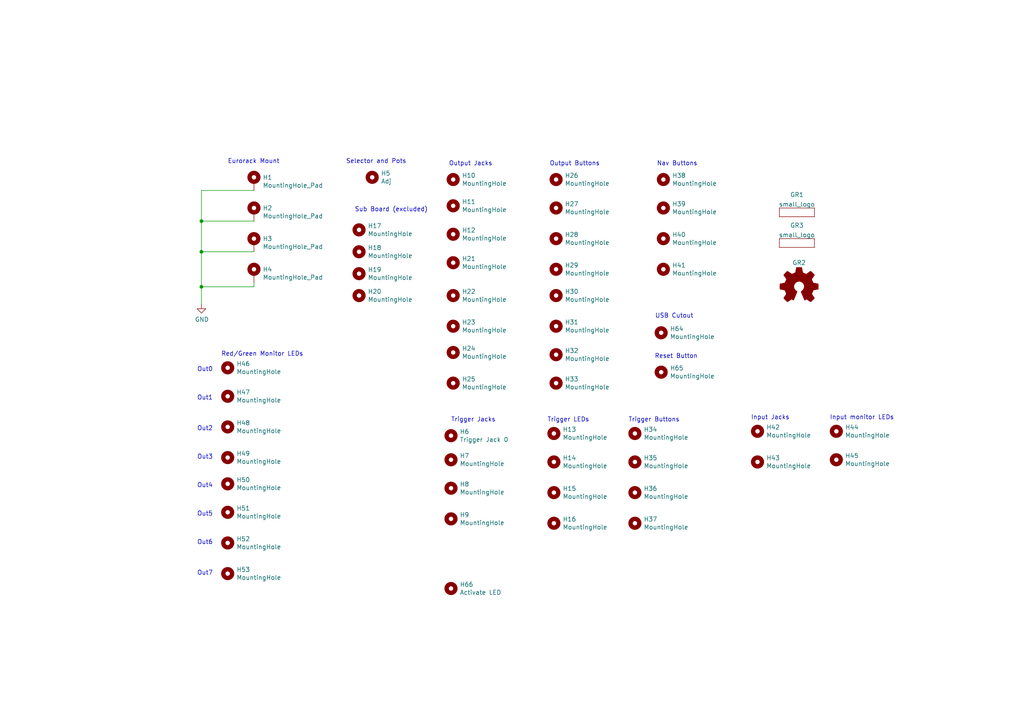
<source format=kicad_sch>
(kicad_sch (version 20231120) (generator "eeschema") (generator_version "8.0")
  (paper "A4")
  (title_block (title "Bonkulator Panel") (rev "2.1"))
  (lib_symbols
    (symbol "Graphic:Logo_Open_Hardware_Small" (pin_names (offset 1.016))
      (symbol "Logo_Open_Hardware_Small_0_1"
        (polyline (pts (xy 3.3528 -4.3434) (xy 3.302 -4.318) (xy 3.175 -4.2418) (xy 2.9972 -4.1148) (xy 2.7686 -3.9624) (xy 2.54 -3.81) (xy 2.3622 -3.7084) (xy 2.2352 -3.6068) (xy 2.1844 -3.5814) (xy 2.159 -3.6068) (xy 2.0574 -3.6576) (xy 1.905 -3.7338) (xy 1.8034 -3.7846) (xy 1.6764 -3.8354) (xy 1.6002 -3.8354) (xy 1.6002 -3.8354) (xy 1.5494 -3.7338) (xy 1.4732 -3.5306) (xy 1.3462 -3.302) (xy 1.2446 -3.0226) (xy 1.1176 -2.7178) (xy 0.9652 -2.413) (xy 0.8636 -2.1082) (xy 0.7366 -1.8288) (xy 0.6604 -1.6256) (xy 0.6096 -1.4732) (xy 0.5842 -1.397) (xy 0.5842 -1.397) (xy 0.6604 -1.3208) (xy 0.7874 -1.2446) (xy 1.0414 -1.016) (xy 1.2954 -0.6858) (xy 1.4478 -0.3302) (xy 1.524 0.0762) (xy 1.4732 0.4572) (xy 1.3208 0.8128) (xy 1.0668 1.143) (xy 0.762 1.3716) (xy 0.4064 1.524) (xy 0 1.5748) (xy -0.381 1.5494) (xy -0.7366 1.397) (xy -1.0668 1.143) (xy -1.2192 0.9906) (xy -1.397 0.6604) (xy -1.524 0.3048) (xy -1.524 0.2286) (xy -1.4986 -0.1778) (xy -1.397 -0.5334) (xy -1.1938 -0.8636) (xy -0.9144 -1.143) (xy -0.8636 -1.1684) (xy -0.7366 -1.27) (xy -0.635 -1.3462) (xy -0.5842 -1.397) (xy -1.0668 -2.5908) (xy -1.143 -2.794) (xy -1.2954 -3.1242) (xy -1.397 -3.4036) (xy -1.4986 -3.6322) (xy -1.5748 -3.7846) (xy -1.6002 -3.8354) (xy -1.6002 -3.8354) (xy -1.651 -3.8354) (xy -1.7272 -3.81) (xy -1.905 -3.7338) (xy -2.0066 -3.683) (xy -2.1336 -3.6068) (xy -2.2098 -3.5814) (xy -2.2606 -3.6068) (xy -2.3622 -3.683) (xy -2.54 -3.81) (xy -2.7686 -3.9624) (xy -2.9718 -4.0894) (xy -3.1496 -4.2164) (xy -3.302 -4.318) (xy -3.3528 -4.3434) (xy -3.3782 -4.3434) (xy -3.429 -4.318) (xy -3.5306 -4.2164) (xy -3.7084 -4.064) (xy -3.937 -3.8354) (xy -3.9624 -3.81) (xy -4.1656 -3.6068) (xy -4.318 -3.4544) (xy -4.4196 -3.3274) (xy -4.445 -3.2766) (xy -4.445 -3.2766) (xy -4.4196 -3.2258) (xy -4.318 -3.0734) (xy -4.2164 -2.8956) (xy -4.064 -2.667) (xy -3.6576 -2.0828) (xy -3.8862 -1.5494) (xy -3.937 -1.3716) (xy -4.0386 -1.1684) (xy -4.0894 -1.0414) (xy -4.1148 -0.9652) (xy -4.191 -0.9398) (xy -4.318 -0.9144) (xy -4.5466 -0.8636) (xy -4.8006 -0.8128) (xy -5.0546 -0.7874) (xy -5.2578 -0.7366) (xy -5.4356 -0.7112) (xy -5.5118 -0.6858) (xy -5.5118 -0.6858) (xy -5.5372 -0.635) (xy -5.5372 -0.5588) (xy -5.5372 -0.4318) (xy -5.5626 -0.2286) (xy -5.5626 0.0762) (xy -5.5626 0.127) (xy -5.5372 0.4064) (xy -5.5372 0.635) (xy -5.5372 0.762) (xy -5.5372 0.8382) (xy -5.5372 0.8382) (xy -5.461 0.8382) (xy -5.3086 0.889) (xy -5.08 0.9144) (xy -4.826 0.9652) (xy -4.8006 0.9906) (xy -4.5466 1.0414) (xy -4.318 1.0668) (xy -4.1656 1.1176) (xy -4.0894 1.143) (xy -4.0894 1.143) (xy -4.0386 1.2446) (xy -3.9624 1.4224) (xy -3.8608 1.6256) (xy -3.7846 1.8288) (xy -3.7084 2.0066) (xy -3.6576 2.159) (xy -3.6322 2.2098) (xy -3.6322 2.2098) (xy -3.683 2.286) (xy -3.7592 2.413) (xy -3.8862 2.5908) (xy -4.064 2.8194) (xy -4.064 2.8448) (xy -4.2164 3.0734) (xy -4.3434 3.2512) (xy -4.4196 3.3782) (xy -4.445 3.4544) (xy -4.445 3.4544) (xy -4.3942 3.5052) (xy -4.2926 3.6322) (xy -4.1148 3.81) (xy -3.937 4.0132) (xy -3.8608 4.064) (xy -3.6576 4.2926) (xy -3.5052 4.4196) (xy -3.4036 4.4958) (xy -3.3528 4.5212) (xy -3.3528 4.5212) (xy -3.302 4.4704) (xy -3.1496 4.3688) (xy -2.9718 4.2418) (xy -2.7432 4.0894) (xy -2.7178 4.0894) (xy -2.4892 3.937) (xy -2.3114 3.81) (xy -2.1844 3.7084) (xy -2.1336 3.683) (xy -2.1082 3.683) (xy -2.032 3.7084) (xy -1.8542 3.7592) (xy -1.6764 3.8354) (xy -1.4732 3.937) (xy -1.27 4.0132) (xy -1.143 4.064) (xy -1.0668 4.1148) (xy -1.0668 4.1148) (xy -1.0414 4.191) (xy -1.016 4.3434) (xy -0.9652 4.572) (xy -0.9144 4.8514) (xy -0.889 4.9022) (xy -0.8382 5.1562) (xy -0.8128 5.3848) (xy -0.7874 5.5372) (xy -0.762 5.588) (xy -0.7112 5.6134) (xy -0.5842 5.6134) (xy -0.4064 5.6134) (xy -0.1524 5.6134) (xy 0.0762 5.6134) (xy 0.3302 5.6134) (xy 0.5334 5.6134) (xy 0.6858 5.588) (xy 0.7366 5.588) (xy 0.7366 5.588) (xy 0.762 5.5118) (xy 0.8128 5.334) (xy 0.8382 5.1054) (xy 0.9144 4.826) (xy 0.9144 4.7752) (xy 0.9652 4.5212) (xy 1.016 4.2926) (xy 1.0414 4.1402) (xy 1.0668 4.0894) (xy 1.0668 4.0894) (xy 1.1938 4.0386) (xy 1.3716 3.9624) (xy 1.5748 3.8608) (xy 2.0828 3.6576) (xy 2.7178 4.0894) (xy 2.7686 4.1402) (xy 2.9972 4.2926) (xy 3.175 4.4196) (xy 3.302 4.4958) (xy 3.3782 4.5212) (xy 3.3782 4.5212) (xy 3.429 4.4704) (xy 3.556 4.3434) (xy 3.7338 4.191) (xy 3.9116 3.9878) (xy 4.064 3.8354) (xy 4.2418 3.6576) (xy 4.3434 3.556) (xy 4.4196 3.4798) (xy 4.4196 3.429) (xy 4.4196 3.4036) (xy 4.3942 3.3274) (xy 4.2926 3.2004) (xy 4.1656 2.9972) (xy 4.0132 2.794) (xy 3.8862 2.5908) (xy 3.7592 2.3876) (xy 3.6576 2.2352) (xy 3.6322 2.159) (xy 3.6322 2.1336) (xy 3.683 2.0066) (xy 3.7592 1.8288) (xy 3.8608 1.6002) (xy 4.064 1.1176) (xy 4.3942 1.0414) (xy 4.5974 1.016) (xy 4.8768 0.9652) (xy 5.1308 0.9144) (xy 5.5372 0.8382) (xy 5.5626 -0.6604) (xy 5.4864 -0.6858) (xy 5.4356 -0.6858) (xy 5.2832 -0.7366) (xy 5.0546 -0.762) (xy 4.8006 -0.8128) (xy 4.5974 -0.8636) (xy 4.3688 -0.9144) (xy 4.2164 -0.9398) (xy 4.1402 -0.9398) (xy 4.1148 -0.9652) (xy 4.064 -1.0668) (xy 3.9878 -1.2446) (xy 3.9116 -1.4478) (xy 3.81 -1.651) (xy 3.7338 -1.8542) (xy 3.683 -2.0066) (xy 3.6576 -2.0828) (xy 3.683 -2.1336) (xy 3.7846 -2.2606) (xy 3.8862 -2.4638) (xy 4.0386 -2.667) (xy 4.191 -2.8956) (xy 4.318 -3.0734) (xy 4.3942 -3.2004) (xy 4.445 -3.2766) (xy 4.4196 -3.3274) (xy 4.3434 -3.429) (xy 4.1656 -3.5814) (xy 3.937 -3.8354) (xy 3.8862 -3.8608) (xy 3.683 -4.064) (xy 3.5306 -4.2164) (xy 3.4036 -4.318) (xy 3.3528 -4.3434)) (fill (type outline)))
      )
    )
    (symbol "Mechanical:MountingHole" (pin_names (offset 1.016))
      (property "Reference" "H" (at 0 5.08 0))
      (property "Value" "MountingHole" (at 0 3.175 0))
      (symbol "MountingHole_0_1"
        (circle (center 0 0) (radius 1.27) (stroke (width 1.27)))
      )
    )
    (symbol "Mechanical:MountingHole_Pad" (pin_numbers hide) (pin_names (offset 1.016) hide)
      (property "Reference" "H" (at 0 6.35 0))
      (property "Value" "MountingHole_Pad" (at 0 4.445 0))
      (symbol "MountingHole_Pad_0_1"
        (circle (center 0 1.27) (radius 1.27) (stroke (width 1.27)))
      )
      (symbol "MountingHole_Pad_1_1"
        (pin input line (at 0 -2.54 90) (length 2.54) (name "1") (number "1"))
      )
    )
    (symbol "greenface-symbols:small_logo" (pin_numbers hide) (pin_names (offset 0) hide)
      (property "Reference" "GR" (at 0 -2.54 0))
      (property "Value" "small_logo" (at 0 0 0))
      (symbol "small_logo_0_1"
        (rectangle (start -5.08 -1.27) (end -5.08 1.27))
        (rectangle (start -5.08 1.27) (end 5.08 1.27))
        (rectangle (start 5.08 -1.27) (end -5.08 -1.27))
        (rectangle (start 5.08 1.27) (end 5.08 -1.27))
      )
    )
    (symbol "power:GND" (power) (pin_names (offset 0))
      (property "Value" "GND" (at 0 -3.81 0))
      (symbol "GND_0_1"
        (polyline (pts (xy 0 0) (xy 0 -1.27) (xy 1.27 -1.27) (xy 0 -2.54) (xy -1.27 -1.27) (xy 0 -1.27)))
      )
      (symbol "GND_1_1"
        (pin power_in line (at 0 0 270) (length 0) hide (name "GND") (number "1"))
      )
    )
  )
  (junction (at 58.42 64.135))
  (junction (at 58.42 83.185))
  (junction (at 58.42 73.025))
  (wire (pts (xy 58.42 73.025) (xy 58.42 64.135)))
  (wire (pts (xy 58.42 55.245) (xy 73.66 55.245)))
  (wire (pts (xy 58.42 73.025) (xy 73.66 73.025)))
  (wire (pts (xy 58.42 88.265) (xy 58.42 83.185)))
  (wire (pts (xy 58.42 64.135) (xy 58.42 55.245)))
  (wire (pts (xy 73.66 83.185) (xy 58.42 83.185)))
  (wire (pts (xy 73.66 83.185) (xy 73.66 81.915)))
  (wire (pts (xy 58.42 64.135) (xy 73.66 64.135)))
  (wire (pts (xy 58.42 83.185) (xy 58.42 73.025)))
  (text "Out5" (at 57.15 149.86 0) (effects (font (size 1.27 1.27)) (justify left bottom)))
  (text "Input Jacks" (at 217.805 121.92 0) (effects (font (size 1.27 1.27)) (justify left bottom)))
  (text "Reset Button" (at 189.865 104.14 0) (effects (font (size 1.27 1.27)) (justify left bottom)))
  (text "Trigger LEDs" (at 158.75 122.555 0) (effects (font (size 1.27 1.27)) (justify left bottom)))
  (text "Sub Board (excluded)" (at 102.87 61.595 0) (effects (font (size 1.27 1.27)) (justify left bottom)))
  (text "USB Cutout" (at 189.992 92.456 0) (effects (font (size 1.27 1.27)) (justify left bottom)))
  (text "Selector and Pots" (at 100.33 47.625 0) (effects (font (size 1.27 1.27)) (justify left bottom)))
  (text "Out4" (at 57.15 141.605 0) (effects (font (size 1.27 1.27)) (justify left bottom)))
  (text "Output Jacks" (at 130.175 48.26 0) (effects (font (size 1.27 1.27)) (justify left bottom)))
  (text "Input monitor LEDs" (at 240.665 121.92 0) (effects (font (size 1.27 1.27)) (justify left bottom)))
  (text "Out3" (at 57.15 133.35 0) (effects (font (size 1.27 1.27)) (justify left bottom)))
  (text "Trigger Jacks" (at 130.81 122.555 0) (effects (font (size 1.27 1.27)) (justify left bottom)))
  (text "Eurorack Mount" (at 66.04 47.625 0) (effects (font (size 1.27 1.27)) (justify left bottom)))
  (text "Nav Buttons" (at 190.5 48.26 0) (effects (font (size 1.27 1.27)) (justify left bottom)))
  (text "Out6" (at 57.15 158.115 0) (effects (font (size 1.27 1.27)) (justify left bottom)))
  (text "Out2" (at 57.15 125.095 0) (effects (font (size 1.27 1.27)) (justify left bottom)))
  (text "Output Buttons" (at 159.385 48.26 0) (effects (font (size 1.27 1.27)) (justify left bottom)))
  (text "Out0" (at 57.15 107.95 0) (effects (font (size 1.27 1.27)) (justify left bottom)))
  (text "Red/Green Monitor LEDs" (at 64.135 103.505 0) (effects (font (size 1.27 1.27)) (justify left bottom)))
  (text "Trigger Buttons" (at 182.245 122.555 0) (effects (font (size 1.27 1.27)) (justify left bottom)))
  (text "Out7" (at 57.15 167.005 0) (effects (font (size 1.27 1.27)) (justify left bottom)))
  (text "Out1" (at 57.15 116.205 0) (effects (font (size 1.27 1.27)) (justify left bottom)))
  (symbol (lib_id "Mechanical:MountingHole") (at 130.81 150.495 0) (unit 1)
    (property "Reference" "H9" (at 133.35 149.3266 0) (effects (justify left)))
    (property "Value" "MountingHole" (at 133.35 151.638 0) (effects (justify left)))
    (property "Footprint" "panel:Jack_3.5mm_QingPu_WQP-PJ398SM_Vertical" (effects (hide yes)))
  )
  (symbol (lib_id "Mechanical:MountingHole") (at 131.445 67.945 0) (unit 1)
    (property "Reference" "H12" (at 133.985 66.7766 0) (effects (justify left)))
    (property "Value" "MountingHole" (at 133.985 69.088 0) (effects (justify left)))
    (property "Footprint" "panel:Jack_3.5mm_QingPu_WQP-PJ398SM_Vertical" (effects (hide yes)))
  )
  (symbol (lib_id "Mechanical:MountingHole") (at 161.29 102.87 0) (unit 1)
    (property "Reference" "H32" (at 163.83 101.7016 0) (effects (justify left)))
    (property "Value" "MountingHole" (at 163.83 104.013 0) (effects (justify left)))
    (property "Footprint" "panel:PushButton3.7mm" (effects (hide yes)))
  )
  (symbol (lib_id "Mechanical:MountingHole") (at 184.15 125.73 0) (unit 1)
    (property "Reference" "H34" (at 186.69 124.5616 0) (effects (justify left)))
    (property "Value" "MountingHole" (at 186.69 126.873 0) (effects (justify left)))
    (property "Footprint" "panel:PushButton3.7mm" (effects (hide yes)))
  )
  (symbol (lib_id "Mechanical:MountingHole") (at 184.15 142.875 0) (unit 1)
    (property "Reference" "H36" (at 186.69 141.7066 0) (effects (justify left)))
    (property "Value" "MountingHole" (at 186.69 144.018 0) (effects (justify left)))
    (property "Footprint" "panel:PushButton3.7mm" (effects (hide yes)))
  )
  (symbol (lib_id "Mechanical:MountingHole") (at 219.71 125.095 0) (unit 1)
    (property "Reference" "H42" (at 222.25 123.9266 0) (effects (justify left)))
    (property "Value" "MountingHole" (at 222.25 126.238 0) (effects (justify left)))
    (property "Footprint" "panel:Jack_3.5mm_QingPu_WQP-PJ398SM_Vertical" (effects (hide yes)))
  )
  (symbol (lib_id "Mechanical:MountingHole") (at 131.445 76.2 0) (unit 1)
    (property "Reference" "H21" (at 133.985 75.0316 0) (effects (justify left)))
    (property "Value" "MountingHole" (at 133.985 77.343 0) (effects (justify left)))
    (property "Footprint" "panel:Jack_3.5mm_QingPu_WQP-PJ398SM_Vertical" (effects (hide yes)))
  )
  (symbol (lib_id "Mechanical:MountingHole") (at 192.405 69.215 0) (unit 1)
    (property "Reference" "H40" (at 194.945 68.0466 0) (effects (justify left)))
    (property "Value" "MountingHole" (at 194.945 70.358 0) (effects (justify left)))
    (property "Footprint" "panel:PushButton3.7mm" (effects (hide yes)))
  )
  (symbol (lib_id "Mechanical:MountingHole") (at 242.57 125.095 0) (unit 1)
    (property "Reference" "H44" (at 245.11 123.9266 0) (effects (justify left)))
    (property "Value" "MountingHole" (at 245.11 126.238 0) (effects (justify left)))
    (property "Footprint" "panel:4mmLED_SeeThru" (effects (hide yes)))
  )
  (symbol (lib_id "Graphic:Logo_Open_Hardware_Small") (at 231.775 83.185 0) (unit 1)
    (property "Reference" "GR2" (at 231.775 76.2 0))
    (property "Value" "Logo_Open_Hardware_Small" (effects (hide yes)))
    (property "Footprint" "Symbol:OSHW-Logo_7.5x8mm_SilkScreen" (effects (hide yes)))
  )
  (symbol (lib_id "Mechanical:MountingHole") (at 104.14 66.675 0) (unit 1) (on_board no)
    (property "Reference" "H17" (at 106.68 65.5066 0) (effects (justify left)))
    (property "Value" "MountingHole" (at 106.68 67.818 0) (effects (justify left)))
    (property "Footprint" "MountingHole:MountingHole_2.5mm" (effects (hide yes)))
  )
  (symbol (lib_id "Mechanical:MountingHole") (at 161.29 111.125 0) (unit 1)
    (property "Reference" "H33" (at 163.83 109.9566 0) (effects (justify left)))
    (property "Value" "MountingHole" (at 163.83 112.268 0) (effects (justify left)))
    (property "Footprint" "panel:PushButton3.7mm" (effects (hide yes)))
  )
  (symbol (lib_id "Mechanical:MountingHole") (at 160.655 133.985 0) (unit 1)
    (property "Reference" "H14" (at 163.195 132.8166 0) (effects (justify left)))
    (property "Value" "MountingHole" (at 163.195 135.128 0) (effects (justify left)))
    (property "Footprint" "panel:3mmLED_seethru_small" (effects (hide yes)))
  )
  (symbol (lib_id "Mechanical:MountingHole") (at 192.405 52.07 0) (unit 1)
    (property "Reference" "H38" (at 194.945 50.9016 0) (effects (justify left)))
    (property "Value" "MountingHole" (at 194.945 53.213 0) (effects (justify left)))
    (property "Footprint" "panel:PushButton3.7mm" (effects (hide yes)))
  )
  (symbol (lib_id "Mechanical:MountingHole_Pad") (at 73.66 52.705 0) (unit 1)
    (property "Reference" "H1" (at 76.2 51.4604 0) (effects (justify left)))
    (property "Value" "MountingHole_Pad" (at 76.2 53.7718 0) (effects (justify left)))
    (property "Footprint" "panel:MountingHole_3.2mm_M3_Slot" (effects (hide yes)))
  )
  (symbol (lib_id "Mechanical:MountingHole") (at 66.04 157.48 0) (unit 1)
    (property "Reference" "H52" (at 68.58 156.3116 0) (effects (justify left)))
    (property "Value" "MountingHole" (at 68.58 158.623 0) (effects (justify left)))
    (property "Footprint" "panel:4mmLED_SeeThru" (effects (hide yes)))
  )
  (symbol (lib_id "Mechanical:MountingHole") (at 160.655 142.875 0) (unit 1)
    (property "Reference" "H15" (at 163.195 141.7066 0) (effects (justify left)))
    (property "Value" "MountingHole" (at 163.195 144.018 0) (effects (justify left)))
    (property "Footprint" "panel:3mmLED_seethru_small" (effects (hide yes)))
  )
  (symbol (lib_id "Mechanical:MountingHole") (at 161.29 94.615 0) (unit 1)
    (property "Reference" "H31" (at 163.83 93.4466 0) (effects (justify left)))
    (property "Value" "MountingHole" (at 163.83 95.758 0) (effects (justify left)))
    (property "Footprint" "panel:PushButton3.7mm" (effects (hide yes)))
  )
  (symbol (lib_id "Mechanical:MountingHole") (at 131.445 52.07 0) (unit 1)
    (property "Reference" "H10" (at 133.985 50.9016 0) (effects (justify left)))
    (property "Value" "MountingHole" (at 133.985 53.213 0) (effects (justify left)))
    (property "Footprint" "panel:Jack_3.5mm_QingPu_WQP-PJ398SM_Vertical" (effects (hide yes)))
  )
  (symbol (lib_id "Mechanical:MountingHole") (at 131.445 85.725 0) (unit 1)
    (property "Reference" "H22" (at 133.985 84.5566 0) (effects (justify left)))
    (property "Value" "MountingHole" (at 133.985 86.868 0) (effects (justify left)))
    (property "Footprint" "panel:Jack_3.5mm_QingPu_WQP-PJ398SM_Vertical" (effects (hide yes)))
  )
  (symbol (lib_id "Mechanical:MountingHole_Pad") (at 73.66 79.375 0) (unit 1)
    (property "Reference" "H4" (at 76.2 78.1304 0) (effects (justify left)))
    (property "Value" "MountingHole_Pad" (at 76.2 80.4418 0) (effects (justify left)))
    (property "Footprint" "panel:MountingHole_3.2mm_M3_Slot" (effects (hide yes)))
  )
  (symbol (lib_id "Mechanical:MountingHole") (at 66.04 140.335 0) (unit 1)
    (property "Reference" "H50" (at 68.58 139.1666 0) (effects (justify left)))
    (property "Value" "MountingHole" (at 68.58 141.478 0) (effects (justify left)))
    (property "Footprint" "panel:4mmLED_SeeThru" (effects (hide yes)))
  )
  (symbol (lib_id "Mechanical:MountingHole") (at 104.14 85.725 0) (unit 1) (on_board no)
    (property "Reference" "H20" (at 106.68 84.5566 0) (effects (justify left)))
    (property "Value" "MountingHole" (at 106.68 86.868 0) (effects (justify left)))
    (property "Footprint" "MountingHole:MountingHole_2.5mm" (effects (hide yes)))
  )
  (symbol (lib_id "Mechanical:MountingHole") (at 104.14 79.375 0) (unit 1) (on_board no)
    (property "Reference" "H19" (at 106.68 78.2066 0) (effects (justify left)))
    (property "Value" "MountingHole" (at 106.68 80.518 0) (effects (justify left)))
    (property "Footprint" "MountingHole:MountingHole_2.5mm" (effects (hide yes)))
  )
  (symbol (lib_id "Mechanical:MountingHole") (at 160.655 151.765 0) (unit 1)
    (property "Reference" "H16" (at 163.195 150.5966 0) (effects (justify left)))
    (property "Value" "MountingHole" (at 163.195 152.908 0) (effects (justify left)))
    (property "Footprint" "panel:3mmLED_seethru_small" (effects (hide yes)))
  )
  (symbol (lib_id "Mechanical:MountingHole") (at 161.29 85.725 0) (unit 1)
    (property "Reference" "H30" (at 163.83 84.5566 0) (effects (justify left)))
    (property "Value" "MountingHole" (at 163.83 86.868 0) (effects (justify left)))
    (property "Footprint" "panel:PushButton3.7mm" (effects (hide yes)))
  )
  (symbol (lib_id "Mechanical:MountingHole") (at 131.445 102.235 0) (unit 1)
    (property "Reference" "H24" (at 133.985 101.0666 0) (effects (justify left)))
    (property "Value" "MountingHole" (at 133.985 103.378 0) (effects (justify left)))
    (property "Footprint" "panel:Jack_3.5mm_QingPu_WQP-PJ398SM_Vertical" (effects (hide yes)))
  )
  (symbol (lib_id "Mechanical:MountingHole") (at 184.15 133.985 0) (unit 1)
    (property "Reference" "H35" (at 186.69 132.8166 0) (effects (justify left)))
    (property "Value" "MountingHole" (at 186.69 135.128 0) (effects (justify left)))
    (property "Footprint" "panel:PushButton3.7mm" (effects (hide yes)))
  )
  (symbol (lib_id "Mechanical:MountingHole") (at 66.04 132.715 0) (unit 1)
    (property "Reference" "H49" (at 68.58 131.5466 0) (effects (justify left)))
    (property "Value" "MountingHole" (at 68.58 133.858 0) (effects (justify left)))
    (property "Footprint" "panel:4mmLED_SeeThru" (effects (hide yes)))
  )
  (symbol (lib_id "Mechanical:MountingHole") (at 161.29 78.105 0) (unit 1)
    (property "Reference" "H29" (at 163.83 76.9366 0) (effects (justify left)))
    (property "Value" "MountingHole" (at 163.83 79.248 0) (effects (justify left)))
    (property "Footprint" "panel:PushButton3.7mm" (effects (hide yes)))
  )
  (symbol (lib_id "Mechanical:MountingHole") (at 160.655 125.73 0) (unit 1)
    (property "Reference" "H13" (at 163.195 124.5616 0) (effects (justify left)))
    (property "Value" "MountingHole" (at 163.195 126.873 0) (effects (justify left)))
    (property "Footprint" "panel:3mmLED_seethru_small" (effects (hide yes)))
  )
  (symbol (lib_id "Mechanical:MountingHole") (at 104.14 73.025 0) (unit 1) (on_board no)
    (property "Reference" "H18" (at 106.68 71.8566 0) (effects (justify left)))
    (property "Value" "MountingHole" (at 106.68 74.168 0) (effects (justify left)))
    (property "Footprint" "MountingHole:MountingHole_2.5mm" (effects (hide yes)))
  )
  (symbol (lib_id "Mechanical:MountingHole") (at 131.445 111.125 0) (unit 1)
    (property "Reference" "H25" (at 133.985 109.9566 0) (effects (justify left)))
    (property "Value" "MountingHole" (at 133.985 112.268 0) (effects (justify left)))
    (property "Footprint" "panel:Jack_3.5mm_QingPu_WQP-PJ398SM_Vertical" (effects (hide yes)))
  )
  (symbol (lib_id "Mechanical:MountingHole") (at 66.04 114.935 0) (unit 1)
    (property "Reference" "H47" (at 68.58 113.7666 0) (effects (justify left)))
    (property "Value" "MountingHole" (at 68.58 116.078 0) (effects (justify left)))
    (property "Footprint" "panel:4mmLED_SeeThru" (effects (hide yes)))
  )
  (symbol (lib_id "Mechanical:MountingHole") (at 184.15 151.765 0) (unit 1)
    (property "Reference" "H37" (at 186.69 150.5966 0) (effects (justify left)))
    (property "Value" "MountingHole" (at 186.69 152.908 0) (effects (justify left)))
    (property "Footprint" "panel:PushButton3.7mm" (effects (hide yes)))
  )
  (symbol (lib_id "Mechanical:MountingHole") (at 191.77 107.95 0) (unit 1)
    (property "Reference" "H65" (at 194.31 106.7816 0) (effects (justify left)))
    (property "Value" "MountingHole" (at 194.31 109.093 0) (effects (justify left)))
    (property "Footprint" "panel:PushButton3.7mm" (effects (hide yes)))
  )
  (symbol (lib_id "Mechanical:MountingHole") (at 161.29 60.325 0) (unit 1)
    (property "Reference" "H27" (at 163.83 59.1566 0) (effects (justify left)))
    (property "Value" "MountingHole" (at 163.83 61.468 0) (effects (justify left)))
    (property "Footprint" "panel:PushButton3.7mm" (effects (hide yes)))
  )
  (symbol (lib_id "Mechanical:MountingHole_Pad") (at 73.66 61.595 0) (unit 1)
    (property "Reference" "H2" (at 76.2 60.3504 0) (effects (justify left)))
    (property "Value" "MountingHole_Pad" (at 76.2 62.6618 0) (effects (justify left)))
    (property "Footprint" "panel:MountingHole_3.2mm_M3_Slot" (effects (hide yes)))
  )
  (symbol (lib_id "Mechanical:MountingHole") (at 192.405 60.325 0) (unit 1)
    (property "Reference" "H39" (at 194.945 59.1566 0) (effects (justify left)))
    (property "Value" "MountingHole" (at 194.945 61.468 0) (effects (justify left)))
    (property "Footprint" "panel:PushButton3.7mm" (effects (hide yes)))
  )
  (symbol (lib_id "Mechanical:MountingHole") (at 66.04 106.68 0) (unit 1)
    (property "Reference" "H46" (at 68.58 105.5116 0) (effects (justify left)))
    (property "Value" "MountingHole" (at 68.58 107.823 0) (effects (justify left)))
    (property "Footprint" "panel:4mmLED_SeeThru" (effects (hide yes)))
  )
  (symbol (lib_id "Mechanical:MountingHole") (at 161.29 52.07 0) (unit 1)
    (property "Reference" "H26" (at 163.83 50.9016 0) (effects (justify left)))
    (property "Value" "MountingHole" (at 163.83 53.213 0) (effects (justify left)))
    (property "Footprint" "panel:PushButton3.7mm" (effects (hide yes)))
  )
  (symbol (lib_id "Mechanical:MountingHole") (at 191.77 96.52 0) (unit 1)
    (property "Reference" "H64" (at 194.31 95.3516 0) (effects (justify left)))
    (property "Value" "MountingHole" (at 194.31 97.663 0) (effects (justify left)))
    (property "Footprint" "panel:USB_C_Slot_Exact" (effects (hide yes)))
  )
  (symbol (lib_id "Mechanical:MountingHole") (at 131.445 94.615 0) (unit 1)
    (property "Reference" "H23" (at 133.985 93.4466 0) (effects (justify left)))
    (property "Value" "MountingHole" (at 133.985 95.758 0) (effects (justify left)))
    (property "Footprint" "panel:Jack_3.5mm_QingPu_WQP-PJ398SM_Vertical" (effects (hide yes)))
  )
  (symbol (lib_id "Mechanical:MountingHole") (at 192.405 78.105 0) (unit 1)
    (property "Reference" "H41" (at 194.945 76.9366 0) (effects (justify left)))
    (property "Value" "MountingHole" (at 194.945 79.248 0) (effects (justify left)))
    (property "Footprint" "panel:PushButton3.7mm" (effects (hide yes)))
  )
  (symbol (lib_id "Mechanical:MountingHole") (at 242.57 133.35 0) (unit 1)
    (property "Reference" "H45" (at 245.11 132.1816 0) (effects (justify left)))
    (property "Value" "MountingHole" (at 245.11 134.493 0) (effects (justify left)))
    (property "Footprint" "panel:4mmLED_SeeThru" (effects (hide yes)))
  )
  (symbol (lib_id "greenface-symbols:small_logo") (at 231.14 61.595 0) (unit 1)
    (property "Reference" "GR1" (at 231.14 56.4855 0))
    (property "Value" "small_logo" (at 231.14 59.2606 0))
    (property "Footprint" "panel:small_face" (effects (hide yes)))
  )
  (symbol (lib_id "Mechanical:MountingHole") (at 130.81 126.365 0) (unit 1)
    (property "Reference" "H6" (at 133.35 125.1966 0) (effects (justify left)))
    (property "Value" "Trigger Jack 0" (at 133.35 127.508 0) (effects (justify left)))
    (property "Footprint" "panel:Jack_3.5mm_QingPu_WQP-PJ398SM_Vertical" (effects (hide yes)))
  )
  (symbol (lib_id "Mechanical:MountingHole") (at 66.04 148.59 0) (unit 1)
    (property "Reference" "H51" (at 68.58 147.4216 0) (effects (justify left)))
    (property "Value" "MountingHole" (at 68.58 149.733 0) (effects (justify left)))
    (property "Footprint" "panel:4mmLED_SeeThru" (effects (hide yes)))
  )
  (symbol (lib_id "Mechanical:MountingHole") (at 107.95 51.435 0) (unit 1)
    (property "Reference" "H5" (at 110.49 50.2666 0) (effects (justify left)))
    (property "Value" "Adj" (at 110.49 52.578 0) (effects (justify left)))
    (property "Footprint" "panel:RotaryEncoder_9.0mm" (effects (hide yes)))
  )
  (symbol (lib_id "Mechanical:MountingHole") (at 219.71 133.985 0) (unit 1)
    (property "Reference" "H43" (at 222.25 132.8166 0) (effects (justify left)))
    (property "Value" "MountingHole" (at 222.25 135.128 0) (effects (justify left)))
    (property "Footprint" "panel:Jack_3.5mm_QingPu_WQP-PJ398SM_Vertical" (effects (hide yes)))
  )
  (symbol (lib_id "Mechanical:MountingHole") (at 130.81 133.35 0) (unit 1)
    (property "Reference" "H7" (at 133.35 132.1816 0) (effects (justify left)))
    (property "Value" "MountingHole" (at 133.35 134.493 0) (effects (justify left)))
    (property "Footprint" "panel:Jack_3.5mm_QingPu_WQP-PJ398SM_Vertical" (effects (hide yes)))
  )
  (symbol (lib_id "Mechanical:MountingHole") (at 66.04 166.37 0) (unit 1)
    (property "Reference" "H53" (at 68.58 165.2016 0) (effects (justify left)))
    (property "Value" "MountingHole" (at 68.58 167.513 0) (effects (justify left)))
    (property "Footprint" "panel:4mmLED_SeeThru" (effects (hide yes)))
  )
  (symbol (lib_id "Mechanical:MountingHole") (at 161.29 69.215 0) (unit 1)
    (property "Reference" "H28" (at 163.83 68.0466 0) (effects (justify left)))
    (property "Value" "MountingHole" (at 163.83 70.358 0) (effects (justify left)))
    (property "Footprint" "panel:PushButton3.7mm" (effects (hide yes)))
  )
  (symbol (lib_id "Mechanical:MountingHole") (at 130.81 170.688 0) (unit 1) (on_board no)
    (property "Reference" "H66" (at 133.35 169.5196 0) (effects (justify left)))
    (property "Value" "Activate LED" (at 133.35 171.831 0) (effects (justify left)))
    (property "Footprint" "panel:3mmLED_seethru_small" (effects (hide yes)))
  )
  (symbol (lib_id "greenface-symbols:small_logo") (at 231.14 70.485 0) (unit 1)
    (property "Reference" "GR3" (at 231.14 65.3755 0))
    (property "Value" "small_logo" (at 231.14 68.1506 0))
    (property "Footprint" "Symbol:OSHW-Logo_5.7x6mm_SilkScreen" (effects (hide yes)))
  )
  (symbol (lib_id "Mechanical:MountingHole") (at 130.81 141.605 0) (unit 1)
    (property "Reference" "H8" (at 133.35 140.4366 0) (effects (justify left)))
    (property "Value" "MountingHole" (at 133.35 142.748 0) (effects (justify left)))
    (property "Footprint" "panel:Jack_3.5mm_QingPu_WQP-PJ398SM_Vertical" (effects (hide yes)))
  )
  (symbol (lib_id "Mechanical:MountingHole_Pad") (at 73.66 70.485 0) (unit 1)
    (property "Reference" "H3" (at 76.2 69.2404 0) (effects (justify left)))
    (property "Value" "MountingHole_Pad" (at 76.2 71.5518 0) (effects (justify left)))
    (property "Footprint" "panel:MountingHole_3.2mm_M3_Slot" (effects (hide yes)))
  )
  (symbol (lib_id "power:GND") (at 58.42 88.265 0) (unit 1)
    (property "Reference" "#PWR01" (effects (hide yes)))
    (property "Value" "GND" (at 58.547 92.6592 0))
  )
  (symbol (lib_id "Mechanical:MountingHole") (at 131.445 59.69 0) (unit 1)
    (property "Reference" "H11" (at 133.985 58.5216 0) (effects (justify left)))
    (property "Value" "MountingHole" (at 133.985 60.833 0) (effects (justify left)))
    (property "Footprint" "panel:Jack_3.5mm_QingPu_WQP-PJ398SM_Vertical" (effects (hide yes)))
  )
  (symbol (lib_id "Mechanical:MountingHole") (at 66.04 123.825 0) (unit 1)
    (property "Reference" "H48" (at 68.58 122.6566 0) (effects (justify left)))
    (property "Value" "MountingHole" (at 68.58 124.968 0) (effects (justify left)))
    (property "Footprint" "panel:4mmLED_SeeThru" (effects (hide yes)))
  )
)
</source>
